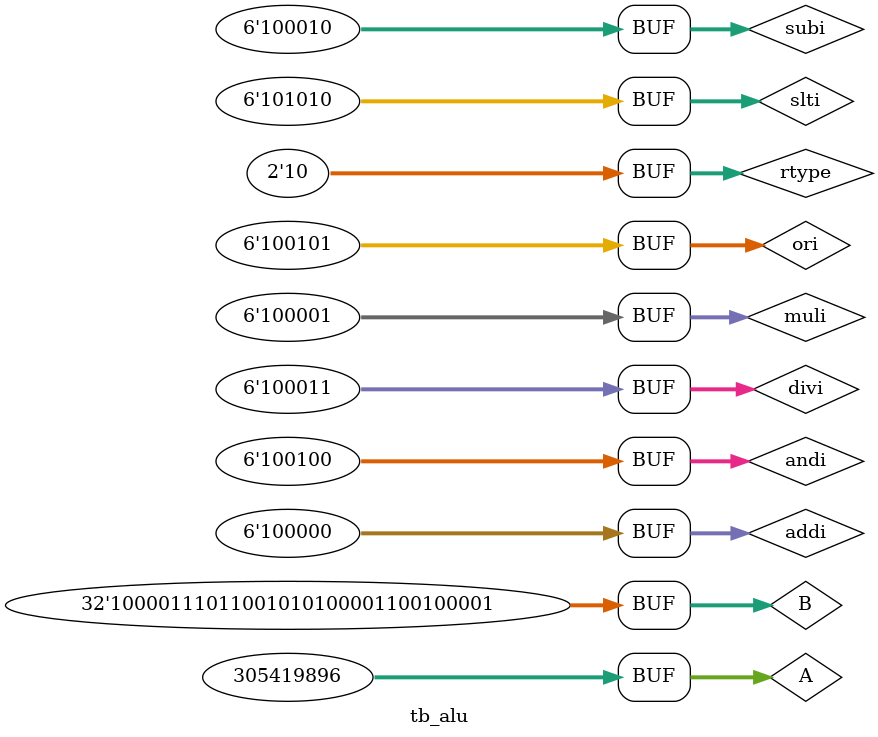
<source format=v>
module tb_alu();

reg [31:0] A, B;
reg [1:0] rtype;
reg [5:0] andi, ori, addi, muli, divi, subi, slti;

wire [3:0] andc, orc, addc, mulc, divc, subc, sltc;
wire [31:0] ando, oro, addo, mulo, divo, subo, slto;
wire zero;

//AND
ALU_Control ALUC0(.ALUOp(rtype), .InstructionOp(andi), .ALUControlInput(andc));
//OR
ALU_Control ALUC1(.ALUOp(rtype), .InstructionOp(ori), .ALUControlInput(orc));
//ADD
ALU_Control ALUC2(.ALUOp(rtype), .InstructionOp(addi), .ALUControlInput(addc));
//MUL
ALU_Control ALUC3(.ALUOp(rtype), .InstructionOp(muli), .ALUControlInput(mulc));
//DIV
ALU_Control ALUC4(.ALUOp(rtype), .InstructionOp(divi), .ALUControlInput(divc));
//SUB
ALU_Control ALUC5(.ALUOp(rtype), .InstructionOp(subi), .ALUControlInput(subc));
//Set on less than
ALU_Control ALUC6(.ALUOp(rtype), .InstructionOp(slti), .ALUControlInput(sltc));

//AND
ALU ALU0(.A(A), .B(B), .Control(andc), .Out(ando));
//OR
ALU ALU1(.A(A), .B(B), .Control(orc), .Out(oro));
//ADD
ALU ALU2(.A(A), .B(B), .Control(addc), .Out(addo));
//MUL
ALU ALU3(.A(32'h0000_0070), .B(32'h0000_007E), .Control(mulc), .Out(mulo));
//DIV
ALU ALU4(.A(32'h0000_0147), .B(32'h0000_0018), .Control(divc), .Out(divo));
//SUB
ALU ALU5(.A(A), .B(B), .Control(subc), .Out(subo), .ZeroFlag(zero));
//Set on less than
ALU ALU6(.A(A), .B(B), .Control(sltc), .Out(slto));

initial begin
	A = 32'h1234_5678;
	B = 32'h8765_4321;
	rtype = 2'b10;
	andi = 6'b10_0100;
	ori = 6'b10_0101;
	addi = 6'b10_0000;
	subi = 6'b10_0010;
	muli = 6'b10_0001;
	divi = 6'b10_0011;
	slti = 6'b10_1010;
end

endmodule



</source>
